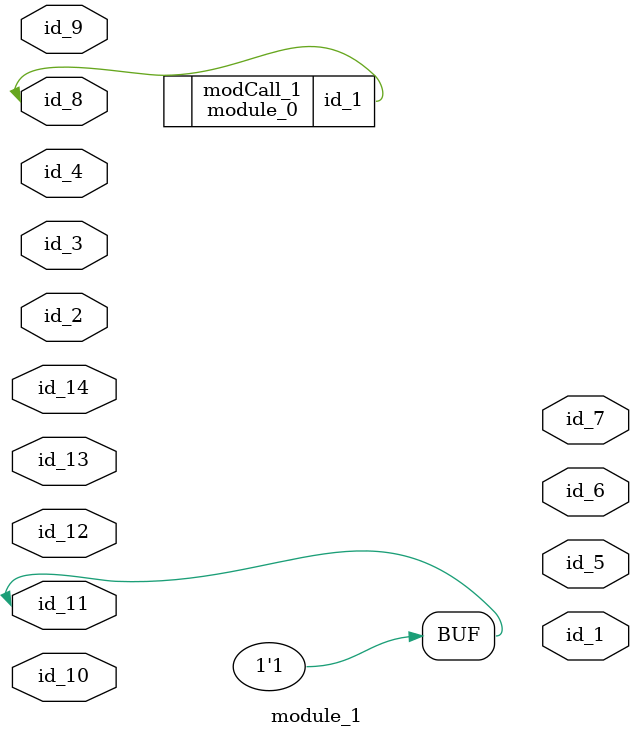
<source format=v>
module module_0 (
    id_1
);
  output wire id_1;
endmodule
module module_1 (
    id_1,
    id_2,
    id_3,
    id_4,
    id_5,
    id_6,
    id_7,
    id_8,
    id_9,
    id_10,
    id_11,
    id_12,
    id_13,
    id_14
);
  input wire id_14;
  inout wire id_13;
  input wire id_12;
  inout wire id_11;
  input wire id_10;
  input wire id_9;
  inout wire id_8;
  output wire id_7;
  output wire id_6;
  output wire id_5;
  input wire id_4;
  inout wire id_3;
  inout wire id_2;
  output wire id_1;
  assign id_11 = 1;
  module_0 modCall_1 (id_8);
endmodule

</source>
